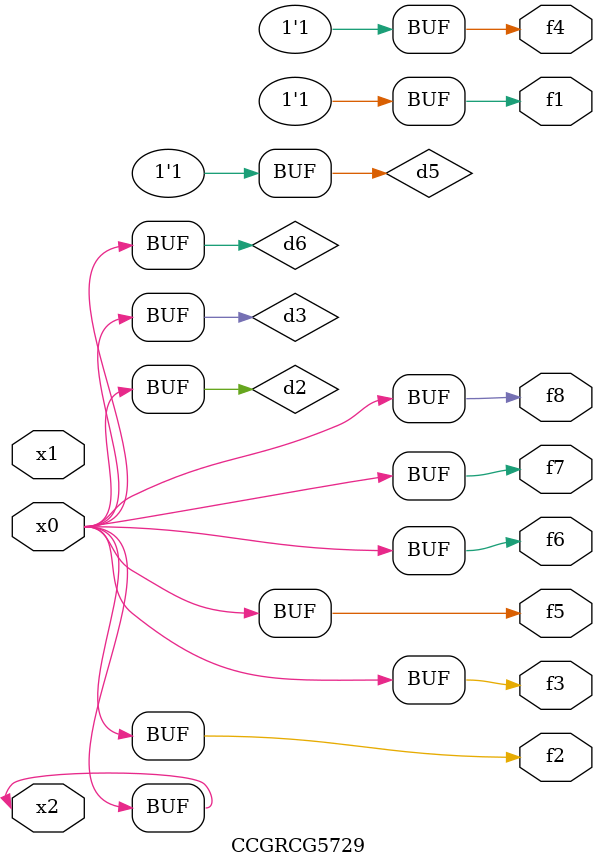
<source format=v>
module CCGRCG5729(
	input x0, x1, x2,
	output f1, f2, f3, f4, f5, f6, f7, f8
);

	wire d1, d2, d3, d4, d5, d6;

	xnor (d1, x2);
	buf (d2, x0, x2);
	and (d3, x0);
	xnor (d4, x1, x2);
	nand (d5, d1, d3);
	buf (d6, d2, d3);
	assign f1 = d5;
	assign f2 = d6;
	assign f3 = d6;
	assign f4 = d5;
	assign f5 = d6;
	assign f6 = d6;
	assign f7 = d6;
	assign f8 = d6;
endmodule

</source>
